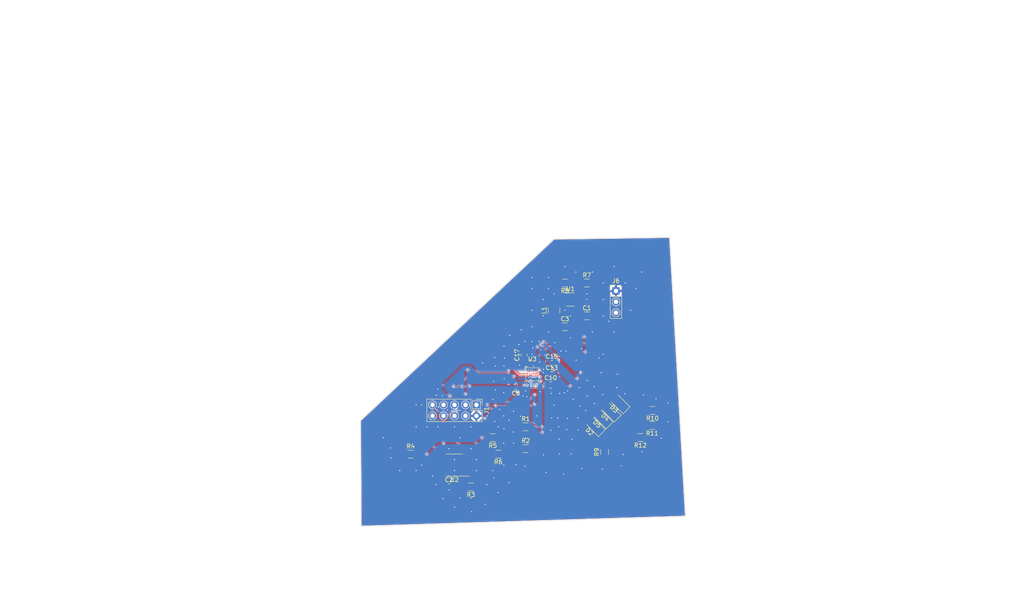
<source format=kicad_pcb>
(kicad_pcb (version 20171130) (host pcbnew 5.1.4+dfsg1-2)
  (layers (0 F.Cu signal) (31 B.Cu signal) (34 B.Paste user hide) (35 F.Paste user hide) (36 B.SilkS user) (37 F.SilkS user) (38 B.Mask user) (39 F.Mask user) (44 Edge.Cuts user))
  (net 0 "")
  (net 1 GND)
  (net 2 +3V3)
  (net 3 +1V2)
  (net 4 "Net-(J1-Pad3)")
  (net 5 "Net-(J1-Pad4)")
  (net 6 CDONE)
  (net 7 SPI_CS)
  (net 8 CRESET)
  (net 9 SPI_SCK)
  (net 10 SPI_IN)
  (net 11 SPI_OUT)
  (net 12 IO3)
  (net 13 IO2)
  (net 14 IO1)
  (net 15 "Net-(L1-Pad2)")
  (net 16 "Net-(R7-Pad1)")
  (net 17 "Net-(D2-Pad1)")
  (net 18 "Net-(D3-Pad1)")
  (net 19 "Net-(D4-Pad1)")
  (net 20 "Net-(D5-Pad1)")
  (net 21 "Net-(U3-PadB1)")
  (net 22 "Net-(U3-PadC2)")
  (net 23 "Net-(U3-PadA3)")
  (net 24 "Net-(U3-PadB3)")
  (net 25 "Net-(U3-PadC3)")
  (net 26 "Net-(U3-PadF3)")
  (net 27 "Net-(U3-PadB4)")
  (net 28 "Net-(U3-PadB5)")
  (net 29 "Net-(U3-PadB6)")
  (module kifootp:ice40-CM36-WLCSP-36_2.82x2.67mm_Layout6x6_P0.4mm (layer F.Cu) (at 166.624 107.188)
    (fp_text reference U3 (at 0 -3.51) (layer F.SilkS))
    (fp_text value ICE40LP1K-CM36)
    (pad A1 smd circle (at -1 -1) (size 0.2 0.2) (layers F.Cu F.Paste F.Mask) (net 14 IO1))
    (pad B1 smd circle (at -1 -0.6) (size 0.2 0.2) (layers F.Cu F.Paste F.Mask) (net 21 "Net-(U3-PadB1)"))
    (pad C1 smd circle (at -1 -0.2) (size 0.2 0.2) (layers F.Cu F.Paste F.Mask) (net 13 IO2))
    (pad D1 smd circle (at -1 0.2) (size 0.2 0.2) (layers F.Cu F.Paste F.Mask) (net 12 IO3))
    (pad F1 smd circle (at -1 1) (size 0.2 0.2) (layers F.Cu F.Paste F.Mask) (net 2 +3V3))
    (pad B2 smd circle (at -0.6 -0.6) (size 0.2 0.2) (layers F.Cu F.Paste F.Mask) (net 3 +1V2))
    (pad C2 smd circle (at -0.6 -0.2) (size 0.2 0.2) (layers F.Cu F.Paste F.Mask) (net 22 "Net-(U3-PadC2)"))
    (pad D2 smd circle (at -0.6 0.2) (size 0.2 0.2) (layers F.Cu F.Paste F.Mask) (net 1 GND))
    (pad A3 smd circle (at -0.2 -1) (size 0.2 0.2) (layers F.Cu F.Paste F.Mask) (net 23 "Net-(U3-PadA3)"))
    (pad B3 smd circle (at -0.2 -0.6) (size 0.2 0.2) (layers F.Cu F.Paste F.Mask) (net 24 "Net-(U3-PadB3)"))
    (pad C3 smd circle (at -0.2 -0.2) (size 0.2 0.2) (layers F.Cu F.Paste F.Mask) (net 25 "Net-(U3-PadC3)"))
    (pad D3 smd circle (at -0.2 0.2) (size 0.2 0.2) (layers F.Cu F.Paste F.Mask) (net 1 GND))
    (pad F3 smd circle (at -0.2 1) (size 0.2 0.2) (layers F.Cu F.Paste F.Mask) (net 26 "Net-(U3-PadF3)"))
    (pad A4 smd circle (at 0.2 -1) (size 0.2 0.2) (layers F.Cu F.Paste F.Mask) (net 2 +3V3))
    (pad B4 smd circle (at 0.2 -0.6) (size 0.2 0.2) (layers F.Cu F.Paste F.Mask) (net 27 "Net-(U3-PadB4)"))
    (pad C4 smd circle (at 0.2 -0.2) (size 0.2 0.2) (layers F.Cu F.Paste F.Mask) (net 6 CDONE))
    (pad D4 smd circle (at 0.2 0.2) (size 0.2 0.2) (layers F.Cu F.Paste F.Mask) (net 1 GND))
    (pad E4 smd circle (at 0.2 0.6) (size 0.2 0.2) (layers F.Cu F.Paste F.Mask) (net 11 SPI_OUT))
    (pad F4 smd circle (at 0.2 1) (size 0.2 0.2) (layers F.Cu F.Paste F.Mask) (net 8 CRESET))
    (pad A5 smd circle (at 0.6 -1) (size 0.2 0.2) (layers F.Cu F.Paste F.Mask) (net 2 +3V3))
    (pad B5 smd circle (at 0.6 -0.6) (size 0.2 0.2) (layers F.Cu F.Paste F.Mask) (net 28 "Net-(U3-PadB5)"))
    (pad D5 smd circle (at 0.6 0.2) (size 0.2 0.2) (layers F.Cu F.Paste F.Mask) (net 7 SPI_CS))
    (pad E5 smd circle (at 0.6 0.6) (size 0.2 0.2) (layers F.Cu F.Paste F.Mask) (net 9 SPI_SCK))
    (pad F5 smd circle (at 0.6 1) (size 0.2 0.2) (layers F.Cu F.Paste F.Mask) (net 10 SPI_IN))
    (pad A6 smd circle (at 1 -1) (size 0.2 0.2) (layers F.Cu F.Paste F.Mask) (net 2 +3V3))
    (pad B6 smd circle (at 1 -0.6) (size 0.2 0.2) (layers F.Cu F.Paste F.Mask) (net 29 "Net-(U3-PadB6)"))
    (pad F6 smd circle (at 1 1) (size 0.2 0.2) (layers F.Cu F.Paste F.Mask) (net 2 +3V3))
  )
  (module Resistor_SMD:R_1206_3216Metric (layer F.Cu) (at 191.7 121.87 180)
    (fp_text reference R12 (at 0 -1.82) (layer F.SilkS))
    (fp_text value 10kohm)
    (pad 2 smd roundrect (at 1.4 0 180) (size 1.25 1.75) (layers F.Cu F.Paste F.Mask) (roundrect_rratio 0.2) (net 20 "Net-(D5-Pad1)"))
    (pad 1 smd roundrect (at -1.4 0 180) (size 1.25 1.75) (layers F.Cu F.Paste F.Mask) (roundrect_rratio 0.2) (net 1 GND))
  )
  (module Resistor_SMD:R_1206_3216Metric (layer F.Cu) (at 194.44 119.07 180)
    (fp_text reference R11 (at 0 -1.82) (layer F.SilkS))
    (fp_text value 10kohm)
    (pad 2 smd roundrect (at 1.4 0 180) (size 1.25 1.75) (layers F.Cu F.Paste F.Mask) (roundrect_rratio 0.2) (net 19 "Net-(D4-Pad1)"))
    (pad 1 smd roundrect (at -1.4 0 180) (size 1.25 1.75) (layers F.Cu F.Paste F.Mask) (roundrect_rratio 0.2) (net 1 GND))
  )
  (module Resistor_SMD:R_1206_3216Metric (layer F.Cu) (at 194.51 115.59 180)
    (fp_text reference R10 (at 0 -1.82) (layer F.SilkS))
    (fp_text value 10kohm)
    (pad 2 smd roundrect (at 1.4 0 180) (size 1.25 1.75) (layers F.Cu F.Paste F.Mask) (roundrect_rratio 0.2) (net 18 "Net-(D3-Pad1)"))
    (pad 1 smd roundrect (at -1.4 0 180) (size 1.25 1.75) (layers F.Cu F.Paste F.Mask) (roundrect_rratio 0.2) (net 1 GND))
  )
  (module Resistor_SMD:R_1206_3216Metric (layer F.Cu) (at 183.4 125.23 90)
    (fp_text reference R9 (at 0 -1.82 90) (layer F.SilkS))
    (fp_text value 10kohm)
    (pad 2 smd roundrect (at 1.4 0 90) (size 1.25 1.75) (layers F.Cu F.Paste F.Mask) (roundrect_rratio 0.2) (net 17 "Net-(D2-Pad1)"))
    (pad 1 smd roundrect (at -1.4 0 90) (size 1.25 1.75) (layers F.Cu F.Paste F.Mask) (roundrect_rratio 0.2) (net 1 GND))
  )
  (module LED_SMD:LED_1206_3216Metric (layer F.Cu) (at 182.94 117.44 135)
    (fp_text reference D5 (at 0 -1.82 135) (layer F.SilkS))
    (fp_text value LED)
    (pad 2 smd roundrect (at 1.4 0 135) (size 1.25 1.75) (layers F.Cu F.Paste F.Mask) (roundrect_rratio 0.2) (net 12 IO3))
    (pad 1 smd roundrect (at -1.4 0 135) (size 1.25 1.75) (layers F.Cu F.Paste F.Mask) (roundrect_rratio 0.2) (net 20 "Net-(D5-Pad1)"))
  )
  (module LED_SMD:LED_1206_3216Metric (layer F.Cu) (at 184.84 115.87 135)
    (fp_text reference D4 (at 0 -1.82 135) (layer F.SilkS))
    (fp_text value LED)
    (pad 2 smd roundrect (at 1.4 0 135) (size 1.25 1.75) (layers F.Cu F.Paste F.Mask) (roundrect_rratio 0.2) (net 13 IO2))
    (pad 1 smd roundrect (at -1.4 0 135) (size 1.25 1.75) (layers F.Cu F.Paste F.Mask) (roundrect_rratio 0.2) (net 19 "Net-(D4-Pad1)"))
  )
  (module LED_SMD:LED_1206_3216Metric (layer F.Cu) (at 186.87 113.94 135)
    (fp_text reference D3 (at 0 -1.82 135) (layer F.SilkS))
    (fp_text value LED)
    (pad 2 smd roundrect (at 1.4 0 135) (size 1.25 1.75) (layers F.Cu F.Paste F.Mask) (roundrect_rratio 0.2) (net 14 IO1))
    (pad 1 smd roundrect (at -1.4 0 135) (size 1.25 1.75) (layers F.Cu F.Paste F.Mask) (roundrect_rratio 0.2) (net 18 "Net-(D3-Pad1)"))
  )
  (module LED_SMD:LED_1206_3216Metric (layer F.Cu) (at 181.18 119.23 135)
    (fp_text reference D2 (at 0 -1.82 135) (layer F.SilkS))
    (fp_text value LED)
    (pad 2 smd roundrect (at 1.4 0 135) (size 1.25 1.75) (layers F.Cu F.Paste F.Mask) (roundrect_rratio 0.2) (net 6 CDONE))
    (pad 1 smd roundrect (at -1.4 0 135) (size 1.25 1.75) (layers F.Cu F.Paste F.Mask) (roundrect_rratio 0.2) (net 17 "Net-(D2-Pad1)"))
  )
  (module Capacitor_SMD:C_1206_3216Metric (layer F.Cu) (at 179.29 93.63)
    (fp_text reference C1 (at 0 -1.82) (layer F.SilkS))
    (fp_text value 4.7uF)
    (pad 2 smd roundrect (at 1.4 0) (size 1.25 1.75) (layers F.Cu F.Paste F.Mask) (roundrect_rratio 0.2) (net 1 GND))
    (pad 1 smd roundrect (at -1.4 0) (size 1.25 1.75) (layers F.Cu F.Paste F.Mask) (roundrect_rratio 0.2) (net 2 +3V3))
  )
  (module Capacitor_SMD:C_0805_2012Metric (layer F.Cu) (at 147.32 133.35)
    (fp_text reference C2 (at 0 -1.65) (layer F.SilkS))
    (fp_text value 0.1uF)
    (pad 2 smd roundrect (at 0.9375 0) (size 0.975 1.4) (layers F.Cu F.Paste F.Mask) (net 1 GND))
    (pad 1 smd roundrect (at -0.9375 0) (size 0.975 1.4) (layers F.Cu F.Paste F.Mask) (net 2 +3V3))
  )
  (module Capacitor_SMD:C_1206_3216Metric (layer F.Cu) (at 174.21 96.17)
    (fp_text reference C3 (at 0 -1.82) (layer F.SilkS))
    (fp_text value 10uF)
    (pad 1 smd roundrect (at -1.4 0) (size 1.25 1.75) (layers F.Cu F.Paste F.Mask) (roundrect_rratio 0.2) (net 3 +1V2))
    (pad 2 smd roundrect (at 1.4 0) (size 1.25 1.75) (layers F.Cu F.Paste F.Mask) (roundrect_rratio 0.2) (net 1 GND))
  )
  (module Connector_PinHeader_2.54mm:PinHeader_2x05_P2.54mm_Vertical (layer F.Cu) (at 153.67 114.3 270)
    (fp_text reference J1 (at 1.27 -2.33 90) (layer F.SilkS))
    (fp_text value Conn_02x05_Odd_Even)
    (pad 1 thru_hole rect (at 0 0 270) (size 1.7 1.7) (drill 1) (layers *.Cu *.Mask) (net 2 +3V3))
    (pad 2 thru_hole oval (at 2.54 0 270) (size 1.7 1.7) (drill 1) (layers *.Cu *.Mask) (net 1 GND))
    (pad 3 thru_hole oval (at 0 2.54 270) (size 1.7 1.7) (drill 1) (layers *.Cu *.Mask) (net 4 "Net-(J1-Pad3)"))
    (pad 4 thru_hole oval (at 2.54 2.54 270) (size 1.7 1.7) (drill 1) (layers *.Cu *.Mask) (net 5 "Net-(J1-Pad4)"))
    (pad 5 thru_hole oval (at 0 5.08 270) (size 1.7 1.7) (drill 1) (layers *.Cu *.Mask) (net 6 CDONE))
    (pad 6 thru_hole oval (at 2.54 5.08 270) (size 1.7 1.7) (drill 1) (layers *.Cu *.Mask) (net 7 SPI_CS))
    (pad 7 thru_hole oval (at 0 7.62 270) (size 1.7 1.7) (drill 1) (layers *.Cu *.Mask) (net 8 CRESET))
    (pad 8 thru_hole oval (at 2.54 7.62 270) (size 1.7 1.7) (drill 1) (layers *.Cu *.Mask) (net 9 SPI_SCK))
    (pad 9 thru_hole oval (at 0 10.16 270) (size 1.7 1.7) (drill 1) (layers *.Cu *.Mask) (net 10 SPI_IN))
    (pad 10 thru_hole oval (at 2.54 10.16 270) (size 1.7 1.7) (drill 1) (layers *.Cu *.Mask) (net 11 SPI_OUT))
  )
  (module Connector_PinHeader_2.54mm:PinHeader_1x03_P2.54mm_Vertical (layer F.Cu) (at 186.035001 87.835001)
    (fp_text reference J6 (at 0 -2.33) (layer F.SilkS))
    (fp_text value Conn_01x03_Male)
    (pad 1 thru_hole rect (at 0 0) (size 1.7 1.7) (drill 1) (layers *.Cu *.Mask) (net 1 GND))
    (pad 2 thru_hole oval (at 0 2.54) (size 1.7 1.7) (drill 1) (layers *.Cu *.Mask) (net 2 +3V3))
    (pad 3 thru_hole oval (at 0 5.08) (size 1.7 1.7) (drill 1) (layers *.Cu *.Mask) (net 3 +1V2))
  )
  (module Inductor_SMD:L_1210_3225Metric (layer F.Cu) (at 171.67 92.36 90)
    (fp_text reference L1 (at 0 -2.28 90) (layer F.SilkS))
    (fp_text value 2.2uH)
    (pad 1 smd roundrect (at -1.4 0 90) (size 1.25 2.65) (layers F.Cu F.Paste F.Mask) (roundrect_rratio 0.2) (net 3 +1V2))
    (pad 2 smd roundrect (at 1.4 0 90) (size 1.25 2.65) (layers F.Cu F.Paste F.Mask) (roundrect_rratio 0.2) (net 15 "Net-(L1-Pad2)"))
  )
  (module Resistor_SMD:R_1206_3216Metric (layer F.Cu) (at 165.1 119.38)
    (fp_text reference R1 (at 0 -1.82) (layer F.SilkS))
    (fp_text value R)
    (pad 1 smd roundrect (at -1.4 0) (size 1.25 1.75) (layers F.Cu F.Paste F.Mask) (roundrect_rratio 0.2) (net 2 +3V3))
    (pad 2 smd roundrect (at 1.4 0) (size 1.25 1.75) (layers F.Cu F.Paste F.Mask) (roundrect_rratio 0.2) (net 6 CDONE))
  )
  (module Resistor_SMD:R_1206_3216Metric (layer F.Cu) (at 165.1 124.46)
    (fp_text reference R2 (at 0 -1.82) (layer F.SilkS))
    (fp_text value R)
    (pad 2 smd roundrect (at 1.4 0) (size 1.25 1.75) (layers F.Cu F.Paste F.Mask) (roundrect_rratio 0.2) (net 8 CRESET))
    (pad 1 smd roundrect (at -1.4 0) (size 1.25 1.75) (layers F.Cu F.Paste F.Mask) (roundrect_rratio 0.2) (net 2 +3V3))
  )
  (module Resistor_SMD:R_1206_3216Metric (layer F.Cu) (at 152.4 133.35 180)
    (fp_text reference R3 (at 0 -1.82) (layer F.SilkS))
    (fp_text value R)
    (pad 1 smd roundrect (at -1.4 0 180) (size 1.25 1.75) (layers F.Cu F.Paste F.Mask) (roundrect_rratio 0.2) (net 2 +3V3))
    (pad 2 smd roundrect (at 1.4 0 180) (size 1.25 1.75) (layers F.Cu F.Paste F.Mask) (roundrect_rratio 0.2) (net 10 SPI_IN))
  )
  (module Resistor_SMD:R_1206_3216Metric (layer F.Cu) (at 138.43 125.73)
    (fp_text reference R4 (at 0 -1.82) (layer F.SilkS))
    (fp_text value R)
    (pad 2 smd roundrect (at 1.4 0) (size 1.25 1.75) (layers F.Cu F.Paste F.Mask) (roundrect_rratio 0.2) (net 11 SPI_OUT))
    (pad 1 smd roundrect (at -1.4 0) (size 1.25 1.75) (layers F.Cu F.Paste F.Mask) (roundrect_rratio 0.2) (net 2 +3V3))
  )
  (module Resistor_SMD:R_1206_3216Metric (layer F.Cu) (at 157.48 121.92 180)
    (fp_text reference R5 (at 0 -1.82) (layer F.SilkS))
    (fp_text value R)
    (pad 1 smd roundrect (at -1.4 0 180) (size 1.25 1.75) (layers F.Cu F.Paste F.Mask) (roundrect_rratio 0.2) (net 2 +3V3))
    (pad 2 smd roundrect (at 1.4 0 180) (size 1.25 1.75) (layers F.Cu F.Paste F.Mask) (roundrect_rratio 0.2) (net 9 SPI_SCK))
  )
  (module Resistor_SMD:R_1206_3216Metric (layer F.Cu) (at 158.75 125.73 180)
    (fp_text reference R6 (at 0 -1.82) (layer F.SilkS))
    (fp_text value R)
    (pad 2 smd roundrect (at 1.4 0 180) (size 1.25 1.75) (layers F.Cu F.Paste F.Mask) (roundrect_rratio 0.2) (net 7 SPI_CS))
    (pad 1 smd roundrect (at -1.4 0 180) (size 1.25 1.75) (layers F.Cu F.Paste F.Mask) (roundrect_rratio 0.2) (net 2 +3V3))
  )
  (module Resistor_SMD:R_1206_3216Metric (layer F.Cu) (at 179.29 86.01)
    (fp_text reference R7 (at 0 -1.82) (layer F.SilkS))
    (fp_text value 100kOhm)
    (pad 1 smd roundrect (at -1.4 0) (size 1.25 1.75) (layers F.Cu F.Paste F.Mask) (roundrect_rratio 0.2) (net 16 "Net-(R7-Pad1)"))
    (pad 2 smd roundrect (at 1.4 0) (size 1.25 1.75) (layers F.Cu F.Paste F.Mask) (roundrect_rratio 0.2) (net 1 GND))
  )
  (module Resistor_SMD:R_1206_3216Metric (layer F.Cu) (at 174.21 86.01 180)
    (fp_text reference R8 (at 0 -1.82) (layer F.SilkS))
    (fp_text value 100kOhm)
    (pad 2 smd roundrect (at 1.4 0 180) (size 1.25 1.75) (layers F.Cu F.Paste F.Mask) (roundrect_rratio 0.2) (net 3 +1V2))
    (pad 1 smd roundrect (at -1.4 0 180) (size 1.25 1.75) (layers F.Cu F.Paste F.Mask) (roundrect_rratio 0.2) (net 16 "Net-(R7-Pad1)"))
  )
  (module Package_TO_SOT_SMD:TSOT-23-5 (layer F.Cu) (at 175.48 89.82)
    (fp_text reference U1 (at 0 -2.45) (layer F.SilkS))
    (fp_text value LTC3406ES5)
    (pad 1 smd rect (at -1.31 -0.95) (size 1.22 0.65) (layers F.Cu F.Paste F.Mask) (net 2 +3V3))
    (pad 2 smd rect (at -1.31 0) (size 1.22 0.65) (layers F.Cu F.Paste F.Mask) (net 1 GND))
    (pad 3 smd rect (at -1.31 0.95) (size 1.22 0.65) (layers F.Cu F.Paste F.Mask) (net 15 "Net-(L1-Pad2)"))
    (pad 4 smd rect (at 1.31 0.95) (size 1.22 0.65) (layers F.Cu F.Paste F.Mask) (net 2 +3V3))
    (pad 5 smd rect (at 1.31 -0.95) (size 1.22 0.65) (layers F.Cu F.Paste F.Mask) (net 16 "Net-(R7-Pad1)"))
  )
  (module Package_SO:SOIC-8_3.9x4.9mm_P1.27mm (layer F.Cu) (at 148.59 128.27 180)
    (fp_text reference U2 (at 0 -3.4) (layer F.SilkS))
    (fp_text value AT25SF081-SSHD-X)
    (pad 1 smd roundrect (at -2.475 -1.905 180) (size 1.95 0.6) (layers F.Cu F.Paste F.Mask) (net 7 SPI_CS))
    (pad 2 smd roundrect (at -2.475 -0.635 180) (size 1.95 0.6) (layers F.Cu F.Paste F.Mask) (net 10 SPI_IN))
    (pad 3 smd roundrect (at -2.475 0.635 180) (size 1.95 0.6) (layers F.Cu F.Paste F.Mask) (net 2 +3V3))
    (pad 4 smd roundrect (at -2.475 1.905 180) (size 1.95 0.6) (layers F.Cu F.Paste F.Mask) (net 1 GND))
    (pad 5 smd roundrect (at 2.475 1.905 180) (size 1.95 0.6) (layers F.Cu F.Paste F.Mask) (net 11 SPI_OUT))
    (pad 6 smd roundrect (at 2.475 0.635 180) (size 1.95 0.6) (layers F.Cu F.Paste F.Mask) (net 9 SPI_SCK))
    (pad 7 smd roundrect (at 2.475 -0.635 180) (size 1.95 0.6) (layers F.Cu F.Paste F.Mask) (net 2 +3V3))
    (pad 8 smd roundrect (at 2.475 -1.905 180) (size 1.95 0.6) (layers F.Cu F.Paste F.Mask) (net 2 +3V3))
  )
  (module Capacitor_SMD:C_0805_2012Metric (layer F.Cu) (at 162.83 109.95 180)
    (fp_text reference C8 (at 0 -1.65) (layer F.SilkS))
    (fp_text value 0.1uF)
    (pad 1 smd roundrect (at -0.9375 0 180) (size 0.975 1.4) (layers F.Cu F.Paste F.Mask) (net 2 +3V3))
    (pad 2 smd roundrect (at 0.9375 0 180) (size 0.975 1.4) (layers F.Cu F.Paste F.Mask) (net 1 GND))
  )
  (module Capacitor_SMD:C_0805_2012Metric (layer F.Cu) (at 170.88 109.68)
    (fp_text reference C10 (at 0 -1.65) (layer F.SilkS))
    (fp_text value 0.1uF)
    (pad 1 smd roundrect (at -0.9375 0) (size 0.975 1.4) (layers F.Cu F.Paste F.Mask) (net 2 +3V3))
    (pad 2 smd roundrect (at 0.9375 0) (size 0.975 1.4) (layers F.Cu F.Paste F.Mask) (net 1 GND))
  )
  (module Capacitor_SMD:C_0805_2012Metric (layer F.Cu) (at 171.14 107.32)
    (fp_text reference C13 (at 0 -1.65) (layer F.SilkS))
    (fp_text value 0.1uF)
    (pad 2 smd roundrect (at 0.9375 0) (size 0.975 1.4) (layers F.Cu F.Paste F.Mask) (net 1 GND))
    (pad 1 smd roundrect (at -0.9375 0) (size 0.975 1.4) (layers F.Cu F.Paste F.Mask) (net 2 +3V3))
  )
  (module Capacitor_SMD:C_0805_2012Metric (layer F.Cu) (at 171.17 104.71)
    (fp_text reference C15 (at 0 -1.65) (layer F.SilkS))
    (fp_text value 0.1uF)
    (pad 1 smd roundrect (at -0.9375 0) (size 0.975 1.4) (layers F.Cu F.Paste F.Mask) (net 2 +3V3))
    (pad 2 smd roundrect (at 0.9375 0) (size 0.975 1.4) (layers F.Cu F.Paste F.Mask) (net 1 GND))
  )
  (module Capacitor_SMD:C_0805_2012Metric (layer F.Cu) (at 164.73 102.7425 90)
    (fp_text reference C17 (at 0 -1.65 90) (layer F.SilkS))
    (fp_text value 0.1uF)
    (pad 2 smd roundrect (at 0.9375 0 90) (size 0.975 1.4) (layers F.Cu F.Paste F.Mask) (net 1 GND))
    (pad 1 smd roundrect (at -0.9375 0 90) (size 0.975 1.4) (layers F.Cu F.Paste F.Mask) (net 3 +1V2))
  )
  (gr_line (start 202.22 140.19) (end 126.89 142.52) (layer Edge.Cuts) (width 0.1))
  (gr_line (start 198.54 75.36) (end 202.22 140.19) (layer Edge.Cuts) (width 0.1))
  (gr_line (start 171.65 75.76) (end 198.54 75.36) (layer Edge.Cuts) (width 0.1))
  (gr_line (start 126.73 117.93) (end 171.65 75.76) (layer Edge.Cuts) (width 0.1))
  (gr_line (start 126.89 142.52) (end 126.73 117.93) (layer Edge.Cuts) (width 0.1))
  (via (at 153.67 129.54) (size 0.5) (drill 0.25) (layers F.Cu B.Cu) (net 1))
  (via (at 153.67 127) (size 0.5) (drill 0.25) (layers F.Cu B.Cu) (net 1))
  (via (at 152.4 124.46) (size 0.5) (drill 0.25) (layers F.Cu B.Cu) (net 1))
  (via (at 149.86 121.92) (size 0.5) (drill 0.25) (layers F.Cu B.Cu) (net 1))
  (via (at 148.59 119.38) (size 0.5) (drill 0.25) (layers F.Cu B.Cu) (net 1))
  (segment (start 174.93 89.82) (end 175.48 90.37) (width 0.15) (layer F.Cu) (net 1))
  (segment (start 174.17 89.82) (end 174.93 89.82) (width 0.15) (layer F.Cu) (net 1))
  (segment (start 175.48 90.37) (end 175.48 91.09) (width 0.15) (layer F.Cu) (net 1))
  (segment (start 174.17 89.82) (end 172.94 89.82) (width 0.15) (layer F.Cu) (net 1))
  (segment (start 172.94 89.82) (end 171.67 88.55) (width 0.15) (layer F.Cu) (net 1))
  (via (at 140.97 114.3) (size 0.5) (drill 0.25) (layers F.Cu B.Cu) (net 1))
  (via (at 139.7 114.3) (size 0.5) (drill 0.25) (layers F.Cu B.Cu) (net 1))
  (via (at 149.86 115.57) (size 0.5) (drill 0.25) (layers F.Cu B.Cu) (net 1))
  (via (at 152.4 119.38) (size 0.5) (drill 0.25) (layers F.Cu B.Cu) (net 1))
  (via (at 144.78 119.38) (size 0.5) (drill 0.25) (layers F.Cu B.Cu) (net 1))
  (via (at 142.24 119.38) (size 0.5) (drill 0.25) (layers F.Cu B.Cu) (net 1))
  (via (at 139.7 119.38) (size 0.5) (drill 0.25) (layers F.Cu B.Cu) (net 1))
  (via (at 147.32 124.46) (size 0.5) (drill 0.25) (layers F.Cu B.Cu) (net 1))
  (via (at 148.59 129.54) (size 0.5) (drill 0.25) (layers F.Cu B.Cu) (net 1))
  (via (at 147.32 130.81) (size 0.5) (drill 0.25) (layers F.Cu B.Cu) (net 1))
  (via (at 148.59 130.81) (size 0.5) (drill 0.25) (layers F.Cu B.Cu) (net 1))
  (via (at 148.59 127) (size 0.5) (drill 0.25) (layers F.Cu B.Cu) (net 1))
  (via (at 143.51 130.81) (size 0.5) (drill 0.25) (layers F.Cu B.Cu) (net 1))
  (via (at 140.97 128.27) (size 0.5) (drill 0.25) (layers F.Cu B.Cu) (net 1))
  (via (at 139.7 129.54) (size 0.5) (drill 0.25) (layers F.Cu B.Cu) (net 1))
  (via (at 135.89 129.54) (size 0.5) (drill 0.25) (layers F.Cu B.Cu) (net 1))
  (via (at 152.4 135.89) (size 0.5) (drill 0.25) (layers F.Cu B.Cu) (net 1))
  (via (at 149.86 135.89) (size 0.5) (drill 0.25) (layers F.Cu B.Cu) (net 1))
  (via (at 157.48 129.54) (size 0.5) (drill 0.25) (layers F.Cu B.Cu) (net 1))
  (via (at 158.75 119.38) (size 0.5) (drill 0.25) (layers F.Cu B.Cu) (net 1))
  (via (at 160.02 116.84) (size 0.5) (drill 0.25) (layers F.Cu B.Cu) (net 1))
  (via (at 167.64 116.84) (size 0.5) (drill 0.25) (layers F.Cu B.Cu) (net 1))
  (via (at 157.48 113.03) (size 0.5) (drill 0.25) (layers F.Cu B.Cu) (net 1))
  (via (at 156.21 116.84) (size 0.5) (drill 0.25) (layers F.Cu B.Cu) (net 1))
  (via (at 132.08 121.92) (size 0.5) (drill 0.25) (layers F.Cu B.Cu) (net 1))
  (via (at 160.02 128.27) (size 0.5) (drill 0.25) (layers F.Cu B.Cu) (net 1))
  (via (at 160.02 123.19) (size 0.5) (drill 0.25) (layers F.Cu B.Cu) (net 1))
  (via (at 172.72 119.38) (size 0.5) (drill 0.25) (layers F.Cu B.Cu) (net 1))
  (via (at 183.1 102.52) (size 0.5) (drill 0.25) (layers F.Cu B.Cu) (net 1))
  (via (at 189.45 92.36) (size 0.5) (drill 0.25) (layers F.Cu B.Cu) (net 1))
  (via (at 191.99 83.47) (size 0.5) (drill 0.25) (layers F.Cu B.Cu) (net 1))
  (via (at 185.64 82.2) (size 0.5) (drill 0.25) (layers F.Cu B.Cu) (net 1))
  (via (at 166.59 84.74) (size 0.5) (drill 0.25) (layers F.Cu B.Cu) (net 1))
  (via (at 166.59 92.36) (size 0.5) (drill 0.25) (layers F.Cu B.Cu) (net 1))
  (via (at 166.59 102.52) (size 0.5) (drill 0.25) (layers F.Cu B.Cu) (net 1))
  (via (at 171.67 102.52) (size 0.5) (drill 0.25) (layers F.Cu B.Cu) (net 1))
  (via (at 178.02 101.25) (size 0.5) (drill 0.25) (layers F.Cu B.Cu) (net 1))
  (via (at 170.4 97.44) (size 0.5) (drill 0.25) (layers F.Cu B.Cu) (net 1))
  (via (at 166.59 96.17) (size 0.5) (drill 0.25) (layers F.Cu B.Cu) (net 1))
  (via (at 180.56 97.44) (size 0.5) (drill 0.25) (layers F.Cu B.Cu) (net 1))
  (via (at 183.1 93.63) (size 0.5) (drill 0.25) (layers F.Cu B.Cu) (net 1))
  (via (at 184.37 94.9) (size 0.5) (drill 0.25) (layers F.Cu B.Cu) (net 1))
  (via (at 175.48 98.71) (size 0.5) (drill 0.25) (layers F.Cu B.Cu) (net 1))
  (via (at 175.48 93.63) (size 0.5) (drill 0.25) (layers F.Cu B.Cu) (net 1))
  (via (at 169.13 93.63) (size 0.5) (drill 0.25) (layers F.Cu B.Cu) (net 1))
  (via (at 169.13 89.82) (size 0.5) (drill 0.25) (layers F.Cu B.Cu) (net 1))
  (via (at 170.4 87.28) (size 0.5) (drill 0.25) (layers F.Cu B.Cu) (net 1))
  (via (at 179.29 89.82) (size 0.5) (drill 0.25) (layers F.Cu B.Cu) (net 1))
  (via (at 183.1 89.82) (size 0.5) (drill 0.25) (layers F.Cu B.Cu) (net 1))
  (via (at 179.29 92.36) (size 0.5) (drill 0.25) (layers F.Cu B.Cu) (net 1))
  (via (at 183.1 86.01) (size 0.5) (drill 0.25) (layers F.Cu B.Cu) (net 1))
  (via (at 176.75 83.47) (size 0.5) (drill 0.25) (layers F.Cu B.Cu) (net 1))
  (via (at 174.21 87.28) (size 0.5) (drill 0.25) (layers F.Cu B.Cu) (net 1))
  (via (at 179.29 88.55) (size 0.5) (drill 0.25) (layers F.Cu B.Cu) (net 1))
  (via (at 174.21 92.36) (size 0.5) (drill 0.25) (layers F.Cu B.Cu) (net 1))
  (segment (start 171.67 88.55) (end 171.67 88.55) (width 0.15) (layer F.Cu) (net 1))
  (via (at 171.67 88.55) (size 0.5) (drill 0.25) (layers F.Cu B.Cu) (net 1))
  (via (at 166.59 87.28) (size 0.5) (drill 0.25) (layers F.Cu B.Cu) (net 1))
  (via (at 170.4 84.74) (size 0.5) (drill 0.25) (layers F.Cu B.Cu) (net 1))
  (via (at 174.21 82.2) (size 0.5) (drill 0.25) (layers F.Cu B.Cu) (net 1))
  (via (at 185.64 97.44) (size 0.5) (drill 0.25) (layers F.Cu B.Cu) (net 1))
  (via (at 190.72 87.28) (size 0.5) (drill 0.25) (layers F.Cu B.Cu) (net 1))
  (via (at 188.18 86.01) (size 0.5) (drill 0.25) (layers F.Cu B.Cu) (net 1))
  (via (at 180.56 83.47) (size 0.5) (drill 0.25) (layers F.Cu B.Cu) (net 1))
  (via (at 172.9 125.67) (size 0.5) (drill 0.25) (layers F.Cu B.Cu) (net 1))
  (via (at 169.23 125.89) (size 0.5) (drill 0.25) (layers F.Cu B.Cu) (net 1))
  (via (at 165.06 121.97) (size 0.5) (drill 0.25) (layers F.Cu B.Cu) (net 1))
  (via (at 172.83 122.25) (size 0.5) (drill 0.25) (layers F.Cu B.Cu) (net 1))
  (via (at 175.79 122.28) (size 0.5) (drill 0.25) (layers F.Cu B.Cu) (net 1))
  (via (at 175.65 125.67) (size 0.5) (drill 0.25) (layers F.Cu B.Cu) (net 1))
  (via (at 164.92 128.53) (size 0.5) (drill 0.25) (layers F.Cu B.Cu) (net 1))
  (via (at 169.86 130) (size 0.5) (drill 0.25) (layers F.Cu B.Cu) (net 1))
  (via (at 173.89 130.37) (size 0.5) (drill 0.25) (layers F.Cu B.Cu) (net 1))
  (via (at 178.1 129.09) (size 0.5) (drill 0.25) (layers F.Cu B.Cu) (net 1))
  (via (at 171.14 117.31) (size 0.5) (drill 0.25) (layers F.Cu B.Cu) (net 1))
  (via (at 174.79 117.43) (size 0.5) (drill 0.25) (layers F.Cu B.Cu) (net 1))
  (via (at 170.93 120.2) (size 0.5) (drill 0.25) (layers F.Cu B.Cu) (net 1))
  (via (at 174.61 120.05) (size 0.5) (drill 0.25) (layers F.Cu B.Cu) (net 1))
  (via (at 177.23 120.14) (size 0.5) (drill 0.25) (layers F.Cu B.Cu) (net 1))
  (via (at 177.17 117.31) (size 0.5) (drill 0.25) (layers F.Cu B.Cu) (net 1))
  (via (at 179.7 120.4) (size 0.5) (drill 0.25) (layers F.Cu B.Cu) (net 1))
  (via (at 186.28 110.29) (size 0.5) (drill 0.25) (layers F.Cu B.Cu) (net 1))
  (via (at 188.1 111.69) (size 0.5) (drill 0.25) (layers F.Cu B.Cu) (net 1))
  (via (at 181 110.08) (size 0.5) (drill 0.25) (layers F.Cu B.Cu) (net 1))
  (via (at 182.96 111.89) (size 0.5) (drill 0.25) (layers F.Cu B.Cu) (net 1))
  (via (at 181.05 113.98) (size 0.5) (drill 0.25) (layers F.Cu B.Cu) (net 1))
  (via (at 179.36 112.26) (size 0.5) (drill 0.25) (layers F.Cu B.Cu) (net 1))
  (via (at 177.54 110.3) (size 0.5) (drill 0.25) (layers F.Cu B.Cu) (net 1))
  (via (at 179.01 115.62) (size 0.5) (drill 0.25) (layers F.Cu B.Cu) (net 1))
  (via (at 163.88 116.93) (size 0.5) (drill 0.25) (layers F.Cu B.Cu) (net 1))
  (via (at 157.93 118.15) (size 0.5) (drill 0.25) (layers F.Cu B.Cu) (net 1))
  (via (at 159.05 115.36) (size 0.5) (drill 0.25) (layers F.Cu B.Cu) (net 1))
  (via (at 161.23 117.85) (size 0.5) (drill 0.25) (layers F.Cu B.Cu) (net 1))
  (via (at 162.3 123.19) (size 0.5) (drill 0.25) (layers F.Cu B.Cu) (net 1))
  (via (at 162.25 120.59) (size 0.5) (drill 0.25) (layers F.Cu B.Cu) (net 1))
  (via (at 160.06 119.83) (size 0.5) (drill 0.25) (layers F.Cu B.Cu) (net 1))
  (via (at 162.81 128.17) (size 0.5) (drill 0.25) (layers F.Cu B.Cu) (net 1))
  (via (at 161.23 132.34) (size 0.5) (drill 0.25) (layers F.Cu B.Cu) (net 1))
  (via (at 158.69 134.67) (size 0.5) (drill 0.25) (layers F.Cu B.Cu) (net 1))
  (via (at 156.1 132.79) (size 0.5) (drill 0.25) (layers F.Cu B.Cu) (net 1))
  (via (at 157.72 131.22) (size 0.5) (drill 0.25) (layers F.Cu B.Cu) (net 1))
  (via (at 155.68 137.38) (size 0.5) (drill 0.25) (layers F.Cu B.Cu) (net 1))
  (via (at 148.61 138.05) (size 0.5) (drill 0.25) (layers F.Cu B.Cu) (net 1))
  (via (at 152.57 139.09) (size 0.5) (drill 0.25) (layers F.Cu B.Cu) (net 1))
  (via (at 145.92 136.04) (size 0.5) (drill 0.25) (layers F.Cu B.Cu) (net 1))
  (via (at 144.28 132.8) (size 0.5) (drill 0.25) (layers F.Cu B.Cu) (net 1))
  (via (at 133.84 126.6) (size 0.5) (drill 0.25) (layers F.Cu B.Cu) (net 1))
  (via (at 133.73 124.27) (size 0.5) (drill 0.25) (layers F.Cu B.Cu) (net 1))
  (segment (start 166.165421 107.388) (end 166.167421 107.39) (width 0.15) (layer F.Cu) (net 1))
  (segment (start 166.024 107.388) (end 166.165421 107.388) (width 0.15) (layer F.Cu) (net 1))
  (segment (start 166.167421 107.39) (end 166.4 107.39) (width 0.15) (layer F.Cu) (net 1))
  (segment (start 166.824 107.388) (end 166.432 107.388) (width 0.15) (layer F.Cu) (net 1))
  (segment (start 166.432 107.388) (end 166.43 107.39) (width 0.15) (layer F.Cu) (net 1))
  (segment (start 166.024 107.529421) (end 165.733421 107.82) (width 0.15) (layer F.Cu) (net 1))
  (segment (start 166.024 107.388) (end 166.024 107.529421) (width 0.15) (layer F.Cu) (net 1))
  (segment (start 165.733421 107.82) (end 165.45 107.82) (width 0.15) (layer F.Cu) (net 1))
  (via (at 144.37 112.04) (size 0.5) (drill 0.25) (layers F.Cu B.Cu) (net 1))
  (via (at 145.78 112.19) (size 0.5) (drill 0.25) (layers F.Cu B.Cu) (net 1))
  (via (at 144.72 110.63) (size 0.5) (drill 0.25) (layers F.Cu B.Cu) (net 1))
  (via (at 146.97 115.47) (size 0.5) (drill 0.25) (layers F.Cu B.Cu) (net 1))
  (via (at 144.86 114.83) (size 0.5) (drill 0.25) (layers F.Cu B.Cu) (net 1))
  (via (at 169.25 106.04) (size 0.5) (drill 0.25) (layers F.Cu B.Cu) (net 1))
  (via (at 169.22 106.8) (size 0.5) (drill 0.25) (layers F.Cu B.Cu) (net 1))
  (via (at 176.79 103.94) (size 0.5) (drill 0.25) (layers F.Cu B.Cu) (net 1))
  (via (at 174.49 101.79) (size 0.5) (drill 0.25) (layers F.Cu B.Cu) (net 1))
  (via (at 179.39 108.65) (size 0.5) (drill 0.25) (layers F.Cu B.Cu) (net 1))
  (via (at 174.83 111.03) (size 0.5) (drill 0.25) (layers F.Cu B.Cu) (net 1))
  (via (at 176.14 112.99) (size 0.5) (drill 0.25) (layers F.Cu B.Cu) (net 1))
  (via (at 177.67 114.6) (size 0.5) (drill 0.25) (layers F.Cu B.Cu) (net 1))
  (via (at 168.44 111.23) (size 0.5) (drill 0.25) (layers F.Cu B.Cu) (net 1))
  (via (at 171.03 111.62) (size 0.5) (drill 0.25) (layers F.Cu B.Cu) (net 1))
  (via (at 172.98 111.66) (size 0.5) (drill 0.25) (layers F.Cu B.Cu) (net 1))
  (via (at 174.1 111.46) (size 0.5) (drill 0.25) (layers F.Cu B.Cu) (net 1))
  (via (at 171.62 114.36) (size 0.5) (drill 0.25) (layers F.Cu B.Cu) (net 1))
  (via (at 172.55 117.33) (size 0.5) (drill 0.25) (layers F.Cu B.Cu) (net 1))
  (via (at 162.28 115.78) (size 0.5) (drill 0.25) (layers F.Cu B.Cu) (net 1))
  (via (at 164.48 112.25) (size 0.5) (drill 0.25) (layers F.Cu B.Cu) (net 1))
  (via (at 165.07 111.05) (size 0.5) (drill 0.25) (layers F.Cu B.Cu) (net 1))
  (via (at 165.37 112.42) (size 0.5) (drill 0.25) (layers F.Cu B.Cu) (net 1))
  (via (at 160.02 111.44) (size 0.5) (drill 0.25) (layers F.Cu B.Cu) (net 1))
  (via (at 160.12 108.23) (size 0.5) (drill 0.25) (layers F.Cu B.Cu) (net 1))
  (via (at 157.67 108.8) (size 0.5) (drill 0.25) (layers F.Cu B.Cu) (net 1))
  (via (at 158.09 110.83) (size 0.5) (drill 0.25) (layers F.Cu B.Cu) (net 1))
  (via (at 165.22 105.39) (size 0.5) (drill 0.25) (layers F.Cu B.Cu) (net 1))
  (via (at 166.93 105.32) (size 0.5) (drill 0.25) (layers F.Cu B.Cu) (net 1))
  (via (at 168.34 104.34) (size 0.5) (drill 0.25) (layers F.Cu B.Cu) (net 1))
  (via (at 163.7 105.08) (size 0.5) (drill 0.25) (layers F.Cu B.Cu) (net 1))
  (via (at 162.87 103.9) (size 0.5) (drill 0.25) (layers F.Cu B.Cu) (net 1))
  (via (at 160.19 103.46) (size 0.5) (drill 0.25) (layers F.Cu B.Cu) (net 1))
  (via (at 160.05 105.3) (size 0.5) (drill 0.25) (layers F.Cu B.Cu) (net 1))
  (via (at 158.05 105.27) (size 0.5) (drill 0.25) (layers F.Cu B.Cu) (net 1))
  (via (at 157.92 103.33) (size 0.5) (drill 0.25) (layers F.Cu B.Cu) (net 1))
  (via (at 155.11 104.59) (size 0.5) (drill 0.25) (layers F.Cu B.Cu) (net 1))
  (via (at 160.08 100.65) (size 0.5) (drill 0.25) (layers F.Cu B.Cu) (net 1))
  (via (at 161.4 98.15) (size 0.5) (drill 0.25) (layers F.Cu B.Cu) (net 1))
  (via (at 164.05 96.86) (size 0.5) (drill 0.25) (layers F.Cu B.Cu) (net 1))
  (via (at 162.73 102.12) (size 0.5) (drill 0.25) (layers F.Cu B.Cu) (net 1))
  (via (at 163.54 100.3) (size 0.5) (drill 0.25) (layers F.Cu B.Cu) (net 1))
  (via (at 164.91 99.56) (size 0.5) (drill 0.25) (layers F.Cu B.Cu) (net 1))
  (via (at 166.58 99.58) (size 0.5) (drill 0.25) (layers F.Cu B.Cu) (net 1))
  (via (at 168.2 99.55) (size 0.5) (drill 0.25) (layers F.Cu B.Cu) (net 1))
  (via (at 166.74 101.11) (size 0.5) (drill 0.25) (layers F.Cu B.Cu) (net 1))
  (via (at 168.6 101.52) (size 0.5) (drill 0.25) (layers F.Cu B.Cu) (net 1))
  (via (at 166.14 103.86) (size 0.5) (drill 0.25) (layers F.Cu B.Cu) (net 1))
  (via (at 169.59 102.72) (size 0.5) (drill 0.25) (layers F.Cu B.Cu) (net 1))
  (via (at 173.28 101.8) (size 0.5) (drill 0.25) (layers F.Cu B.Cu) (net 1))
  (via (at 171.86 99.86) (size 0.5) (drill 0.25) (layers F.Cu B.Cu) (net 1))
  (via (at 182.6 106.84) (size 0.5) (drill 0.25) (layers F.Cu B.Cu) (net 1))
  (via (at 182.09 103.4) (size 0.5) (drill 0.25) (layers F.Cu B.Cu) (net 1))
  (via (at 186.35 107.18) (size 0.5) (drill 0.25) (layers F.Cu B.Cu) (net 1))
  (via (at 187.67 125.8) (size 0.5) (drill 0.25) (layers F.Cu B.Cu) (net 1))
  (via (at 192.08 125.13) (size 0.5) (drill 0.25) (layers F.Cu B.Cu) (net 1))
  (via (at 196.57 122.03) (size 0.5) (drill 0.25) (layers F.Cu B.Cu) (net 1))
  (via (at 198.15 118.21) (size 0.5) (drill 0.25) (layers F.Cu B.Cu) (net 1))
  (via (at 198.12 113.87) (size 0.5) (drill 0.25) (layers F.Cu B.Cu) (net 1))
  (via (at 195.33 112.85) (size 0.5) (drill 0.25) (layers F.Cu B.Cu) (net 1))
  (via (at 192.4 112) (size 0.5) (drill 0.25) (layers F.Cu B.Cu) (net 1))
  (via (at 182.87 129.19) (size 0.5) (drill 0.25) (layers F.Cu B.Cu) (net 1))
  (via (at 187.28 128.42) (size 0.5) (drill 0.25) (layers F.Cu B.Cu) (net 1))
  (segment (start 184.83292 90.375001) (end 184.117921 91.09) (width 0.15) (layer F.Cu) (net 2))
  (segment (start 186.035001 90.375001) (end 184.83292 90.375001) (width 0.15) (layer F.Cu) (net 2))
  (segment (start 184.117921 91.09) (end 178.02 91.09) (width 0.15) (layer F.Cu) (net 2))
  (segment (start 177.7 90.77) (end 176.79 90.77) (width 0.15) (layer F.Cu) (net 2))
  (segment (start 178.02 91.09) (end 177.7 90.77) (width 0.15) (layer F.Cu) (net 2))
  (segment (start 176.79 90.73) (end 176.79 90.77) (width 0.15) (layer F.Cu) (net 2))
  (segment (start 174.93 88.87) (end 176.79 90.73) (width 0.15) (layer F.Cu) (net 2))
  (segment (start 174.17 88.87) (end 174.93 88.87) (width 0.15) (layer F.Cu) (net 2))
  (segment (start 146.115 133.0825) (end 146.3825 133.35) (width 0.15) (layer F.Cu) (net 2))
  (segment (start 146.115 130.175) (end 146.115 133.0825) (width 0.15) (layer F.Cu) (net 2))
  (segment (start 146.115 128.905) (end 146.115 130.175) (width 0.15) (layer F.Cu) (net 2))
  (segment (start 146.48571 128.53429) (end 146.115 128.905) (width 0.15) (layer F.Cu) (net 2))
  (segment (start 146.85999 128.16001) (end 146.48571 128.53429) (width 0.15) (layer F.Cu) (net 2))
  (segment (start 150.53999 128.16001) (end 146.85999 128.16001) (width 0.15) (layer F.Cu) (net 2))
  (segment (start 151.065 127.635) (end 150.53999 128.16001) (width 0.15) (layer F.Cu) (net 2))
  (segment (start 176.79 92.53) (end 177.89 93.63) (width 0.15) (layer F.Cu) (net 2))
  (segment (start 176.79 90.77) (end 176.79 92.53) (width 0.15) (layer F.Cu) (net 2))
  (segment (start 153.67 114.3) (end 156.21 114.3) (width 0.15) (layer F.Cu) (net 2))
  (segment (start 156.21 114.3) (end 156.21 114.3) (width 0.15) (layer F.Cu) (net 2))
  (segment (start 161.29 129.54) (end 153.67 137.16) (width 0.15) (layer F.Cu) (net 2))
  (segment (start 150.1925 137.16) (end 146.3825 133.35) (width 0.15) (layer F.Cu) (net 2))
  (segment (start 153.67 137.16) (end 150.1925 137.16) (width 0.15) (layer F.Cu) (net 2))
  (segment (start 161.29 125.73) (end 160.15 125.73) (width 0.15) (layer F.Cu) (net 2))
  (segment (start 161.29 125.73) (end 161.29 129.54) (width 0.15) (layer F.Cu) (net 2))
  (segment (start 161.29 121.92) (end 158.88 121.92) (width 0.15) (layer F.Cu) (net 2))
  (segment (start 161.29 121.92) (end 161.29 125.73) (width 0.15) (layer F.Cu) (net 2))
  (segment (start 161.29 119.38) (end 161.29 121.92) (width 0.15) (layer F.Cu) (net 2))
  (segment (start 153.8 133.35) (end 153.8 137.03) (width 0.15) (layer F.Cu) (net 2))
  (segment (start 140.205 128.905) (end 137.03 125.73) (width 0.15) (layer F.Cu) (net 2))
  (segment (start 146.115 128.905) (end 140.205 128.905) (width 0.15) (layer F.Cu) (net 2))
  (segment (start 161.29 119.38) (end 163.7 119.38) (width 0.15) (layer F.Cu) (net 2))
  (segment (start 162.43 125.73) (end 163.7 124.46) (width 0.15) (layer F.Cu) (net 2))
  (segment (start 161.29 125.73) (end 162.43 125.73) (width 0.15) (layer F.Cu) (net 2))
  (segment (start 167.765421 106.188) (end 168.963421 104.99) (width 0.15) (layer F.Cu) (net 2))
  (segment (start 167.624 106.188) (end 167.765421 106.188) (width 0.15) (layer F.Cu) (net 2))
  (segment (start 168.963421 104.99) (end 170.08 104.99) (width 0.15) (layer F.Cu) (net 2))
  (segment (start 170.08 104.99) (end 170.08 107.34) (width 0.15) (layer F.Cu) (net 2))
  (segment (start 170.08 107.34) (end 169.85 107.57) (width 0.15) (layer F.Cu) (net 2))
  (segment (start 169.85 107.57) (end 169.85 109.86) (width 0.15) (layer F.Cu) (net 2))
  (segment (start 169.85 109.86) (end 169.45 110.26) (width 0.15) (layer F.Cu) (net 2))
  (segment (start 169.45 110.26) (end 163.77 110.26) (width 0.15) (layer F.Cu) (net 2))
  (segment (start 165.624 108.329421) (end 163.993421 109.96) (width 0.15) (layer F.Cu) (net 2))
  (segment (start 165.624 108.188) (end 165.624 108.329421) (width 0.15) (layer F.Cu) (net 2))
  (segment (start 163.993421 109.96) (end 163.75 109.96) (width 0.15) (layer F.Cu) (net 2))
  (segment (start 167.624 108.188) (end 167.624 108.834) (width 0.15) (layer F.Cu) (net 2))
  (segment (start 167.624 108.834) (end 168.5 109.71) (width 0.15) (layer F.Cu) (net 2))
  (segment (start 168.5 109.71) (end 169.65 109.71) (width 0.15) (layer F.Cu) (net 2))
  (segment (start 156.21 114.3) (end 161.29 119.38) (width 0.15) (layer F.Cu) (net 2))
  (via (at 156.21 114.3) (size 0.5) (drill 0.25) (layers F.Cu B.Cu) (net 2))
  (segment (start 160.17 114.3) (end 163.1 111.37) (width 0.15) (layer B.Cu) (net 2))
  (segment (start 158.565001 114.271999) (end 158.565001 114.3) (width 0.15) (layer B.Cu) (net 2))
  (via (at 163.1 111.37) (size 0.5) (drill 0.25) (layers F.Cu B.Cu) (net 2))
  (segment (start 158.565001 114.3) (end 160.17 114.3) (width 0.15) (layer B.Cu) (net 2))
  (segment (start 157.614999 114.3) (end 157.614999 114.271999) (width 0.15) (layer B.Cu) (net 2))
  (segment (start 158.318001 114.024999) (end 158.565001 114.271999) (width 0.15) (layer B.Cu) (net 2))
  (segment (start 156.21 114.3) (end 157.614999 114.3) (width 0.15) (layer B.Cu) (net 2))
  (segment (start 157.861999 114.024999) (end 158.318001 114.024999) (width 0.15) (layer B.Cu) (net 2))
  (segment (start 157.614999 114.271999) (end 157.861999 114.024999) (width 0.15) (layer B.Cu) (net 2))
  (segment (start 163.349999 111.120001) (end 163.349999 110.320001) (width 0.15) (layer F.Cu) (net 2))
  (segment (start 163.1 111.37) (end 163.349999 111.120001) (width 0.15) (layer F.Cu) (net 2))
  (segment (start 163.349999 110.320001) (end 163.68 109.99) (width 0.15) (layer F.Cu) (net 2))
  (via (at 178.66 98.53) (size 0.5) (drill 0.25) (layers F.Cu B.Cu) (net 2))
  (segment (start 177.89 93.63) (end 177.89 97.76) (width 0.15) (layer F.Cu) (net 2))
  (segment (start 177.89 97.76) (end 178.66 98.53) (width 0.15) (layer F.Cu) (net 2))
  (via (at 178.88 101.99) (size 0.5) (drill 0.25) (layers F.Cu B.Cu) (net 2))
  (segment (start 178.66 98.53) (end 178.66 101.77) (width 0.15) (layer B.Cu) (net 2))
  (segment (start 178.66 101.77) (end 178.88 101.99) (width 0.15) (layer B.Cu) (net 2))
  (segment (start 177.874999 102.995001) (end 171.794999 102.995001) (width 0.15) (layer F.Cu) (net 2))
  (segment (start 178.88 101.99) (end 177.874999 102.995001) (width 0.15) (layer F.Cu) (net 2))
  (segment (start 171.794999 102.995001) (end 170.13 104.66) (width 0.15) (layer F.Cu) (net 2))
  (segment (start 166.824 106.188) (end 167.238 106.188) (width 0.15) (layer F.Cu) (net 2))
  (segment (start 167.238 106.188) (end 167.25 106.2) (width 0.15) (layer F.Cu) (net 2))
  (segment (start 167.25 106.2) (end 167.6 106.2) (width 0.15) (layer F.Cu) (net 2))
  (segment (start 172.81 94.9) (end 171.67 93.76) (width 0.15) (layer F.Cu) (net 3))
  (segment (start 172.81 96.17) (end 172.81 94.9) (width 0.15) (layer F.Cu) (net 3))
  (segment (start 167.86 94.9) (end 169.13 96.17) (width 0.15) (layer F.Cu) (net 3))
  (segment (start 167.86 87.28) (end 167.86 94.9) (width 0.15) (layer F.Cu) (net 3))
  (segment (start 172.81 86.01) (end 169.13 86.01) (width 0.15) (layer F.Cu) (net 3))
  (segment (start 169.13 86.01) (end 167.86 87.28) (width 0.15) (layer F.Cu) (net 3))
  (segment (start 169.13 96.17) (end 170.4 96.17) (width 0.15) (layer F.Cu) (net 3))
  (segment (start 170.4 96.17) (end 172.81 96.17) (width 0.15) (layer F.Cu) (net 3))
  (segment (start 172.81 98.58) (end 172.81 96.17) (width 0.15) (layer F.Cu) (net 3))
  (segment (start 174.21 99.98) (end 172.81 98.58) (width 0.15) (layer F.Cu) (net 3))
  (segment (start 180.56 99.98) (end 174.21 99.98) (width 0.15) (layer F.Cu) (net 3))
  (segment (start 186.035001 92.915001) (end 186.035001 94.504999) (width 0.15) (layer F.Cu) (net 3))
  (segment (start 186.035001 94.504999) (end 180.56 99.98) (width 0.15) (layer F.Cu) (net 3))
  (segment (start 172.81 100.676998) (end 172.81 98.58) (width 0.15) (layer F.Cu) (net 3))
  (segment (start 166.024 106.588) (end 166.024 105.052998) (width 0.15) (layer F.Cu) (net 3))
  (segment (start 170.4 100.676998) (end 166.024 105.052998) (width 0.15) (layer F.Cu) (net 3))
  (segment (start 172.81 100.676998) (end 170.4 100.676998) (width 0.15) (layer F.Cu) (net 3))
  (segment (start 166.024 105.052998) (end 166.024 104.914) (width 0.15) (layer F.Cu) (net 3))
  (segment (start 166.024 104.914) (end 164.82 103.71) (width 0.15) (layer F.Cu) (net 3))
  (segment (start 151.13 111.76) (end 148.59 114.3) (width 0.15) (layer F.Cu) (net 6))
  (via (at 168.91 119.38) (size 0.5) (drill 0.25) (layers F.Cu B.Cu) (net 6))
  (segment (start 166.5 119.38) (end 168.91 119.38) (width 0.15) (layer F.Cu) (net 6))
  (segment (start 171.766999 119.629999) (end 172.996998 118.4) (width 0.15) (layer F.Cu) (net 6))
  (segment (start 168.91 119.38) (end 169.159999 119.629999) (width 0.15) (layer F.Cu) (net 6))
  (segment (start 169.159999 119.629999) (end 171.766999 119.629999) (width 0.15) (layer F.Cu) (net 6))
  (segment (start 172.996998 118.4) (end 180.02 118.4) (width 0.15) (layer F.Cu) (net 6))
  (via (at 168.33 106.3) (size 0.5) (drill 0.25) (layers F.Cu B.Cu) (net 6))
  (segment (start 168.33 106.363002) (end 168.33 106.3) (width 0.15) (layer F.Cu) (net 6))
  (segment (start 166.824 106.988) (end 167.705002 106.988) (width 0.15) (layer F.Cu) (net 6))
  (segment (start 167.705002 106.988) (end 168.33 106.363002) (width 0.15) (layer F.Cu) (net 6))
  (via (at 151.13 111.76) (size 0.5) (drill 0.25) (layers F.Cu B.Cu) (net 6))
  (segment (start 151.13 111.76) (end 151.13 106.72) (width 0.15) (layer B.Cu) (net 6))
  (via (at 151.65 106.2) (size 0.5) (drill 0.25) (layers F.Cu B.Cu) (net 6))
  (segment (start 151.13 106.72) (end 151.65 106.2) (width 0.15) (layer B.Cu) (net 6))
  (segment (start 151.899999 106.449999) (end 161.070001 106.449999) (width 0.15) (layer F.Cu) (net 6))
  (segment (start 151.65 106.2) (end 151.899999 106.449999) (width 0.15) (layer F.Cu) (net 6))
  (via (at 161.14 106.38) (size 0.5) (drill 0.25) (layers F.Cu B.Cu) (net 6))
  (segment (start 161.070001 106.449999) (end 161.14 106.38) (width 0.15) (layer F.Cu) (net 6))
  (segment (start 168.25 106.38) (end 168.33 106.3) (width 0.15) (layer B.Cu) (net 6))
  (segment (start 161.14 106.38) (end 168.25 106.38) (width 0.15) (layer B.Cu) (net 6))
  (segment (start 169.159999 119.130001) (end 168.91 119.38) (width 0.15) (layer B.Cu) (net 6))
  (segment (start 169.159999 107.866997) (end 169.159999 119.130001) (width 0.15) (layer B.Cu) (net 6))
  (segment (start 168.33 106.3) (end 168.33 107.036998) (width 0.15) (layer B.Cu) (net 6))
  (segment (start 168.33 107.036998) (end 169.159999 107.866997) (width 0.15) (layer B.Cu) (net 6))
  (segment (start 148.59 116.84) (end 148.59 118.11) (width 0.15) (layer F.Cu) (net 7))
  (segment (start 148.59 118.11) (end 154.94 124.46) (width 0.15) (layer F.Cu) (net 7))
  (segment (start 154.94 124.46) (end 154.94 130.81) (width 0.15) (layer F.Cu) (net 7))
  (segment (start 151.7 130.81) (end 151.065 130.175) (width 0.15) (layer F.Cu) (net 7))
  (segment (start 154.94 130.81) (end 151.7 130.81) (width 0.15) (layer F.Cu) (net 7))
  (segment (start 148.59 116.84) (end 147.514999 115.764999) (width 0.15) (layer F.Cu) (net 7))
  (segment (start 147.514999 115.764999) (end 147.514999 112.268003) (width 0.15) (layer F.Cu) (net 7))
  (segment (start 156.08 124.46) (end 157.35 125.73) (width 0.15) (layer F.Cu) (net 7))
  (segment (start 154.94 124.46) (end 156.08 124.46) (width 0.15) (layer F.Cu) (net 7))
  (via (at 168.37 107.78) (size 0.5) (drill 0.25) (layers F.Cu B.Cu) (net 7))
  (segment (start 167.224 107.388) (end 167.978 107.388) (width 0.15) (layer F.Cu) (net 7))
  (segment (start 167.978 107.388) (end 168.37 107.78) (width 0.15) (layer F.Cu) (net 7))
  (segment (start 152.53 105.05) (end 150.34 105.05) (width 0.15) (layer B.Cu) (net 7))
  (segment (start 154.335001 106.855001) (end 152.53 105.05) (width 0.15) (layer B.Cu) (net 7))
  (segment (start 162.228003 106.855001) (end 154.335001 106.855001) (width 0.15) (layer B.Cu) (net 7))
  (segment (start 168.37 107.78) (end 163.153002 107.78) (width 0.15) (layer B.Cu) (net 7))
  (segment (start 163.153002 107.78) (end 162.228003 106.855001) (width 0.15) (layer B.Cu) (net 7))
  (segment (start 150.34 105.05) (end 145.95 109.44) (width 0.15) (layer B.Cu) (net 7))
  (segment (start 147.514999 112.268003) (end 147.514999 112.268003) (width 0.15) (layer F.Cu) (net 7))
  (via (at 147.514999 112.268003) (size 0.5) (drill 0.25) (layers F.Cu B.Cu) (net 7))
  (segment (start 145.95 110.703004) (end 147.514999 112.268003) (width 0.15) (layer B.Cu) (net 7))
  (segment (start 145.95 109.44) (end 145.95 110.703004) (width 0.15) (layer B.Cu) (net 7))
  (segment (start 146.05 113.03) (end 148.59 110.49) (width 0.15) (layer F.Cu) (net 8))
  (segment (start 146.05 114.3) (end 146.05 113.03) (width 0.15) (layer F.Cu) (net 8))
  (via (at 168.91 120.65) (size 0.5) (drill 0.25) (layers F.Cu B.Cu) (net 8))
  (segment (start 166.5 123.06) (end 168.91 120.65) (width 0.15) (layer F.Cu) (net 8))
  (segment (start 166.5 124.46) (end 166.5 123.06) (width 0.15) (layer F.Cu) (net 8))
  (segment (start 166.824 108.269002) (end 166.333002 108.76) (width 0.15) (layer F.Cu) (net 8))
  (segment (start 166.824 108.188) (end 166.824 108.269002) (width 0.15) (layer F.Cu) (net 8))
  (via (at 166.333002 108.76) (size 0.5) (drill 0.25) (layers F.Cu B.Cu) (net 8))
  (segment (start 166.333002 118.073002) (end 168.91 120.65) (width 0.15) (layer B.Cu) (net 8))
  (segment (start 166.333002 108.76) (end 166.333002 118.073002) (width 0.15) (layer B.Cu) (net 8))
  (segment (start 148.868724 110.49) (end 152.608715 106.750009) (width 0.15) (layer F.Cu) (net 8))
  (segment (start 148.59 110.49) (end 148.868724 110.49) (width 0.15) (layer F.Cu) (net 8))
  (segment (start 160.807007 106.750009) (end 161.766998 107.71) (width 0.15) (layer F.Cu) (net 8))
  (segment (start 152.608715 106.750009) (end 160.807007 106.750009) (width 0.15) (layer F.Cu) (net 8))
  (via (at 162.38 107.71) (size 0.5) (drill 0.25) (layers F.Cu B.Cu) (net 8))
  (segment (start 161.766998 107.71) (end 162.38 107.71) (width 0.15) (layer F.Cu) (net 8))
  (segment (start 163.43 108.76) (end 166.333002 108.76) (width 0.15) (layer B.Cu) (net 8))
  (segment (start 162.38 107.71) (end 163.43 108.76) (width 0.15) (layer B.Cu) (net 8))
  (segment (start 146.05 116.84) (end 146.05 123.19) (width 0.15) (layer F.Cu) (net 9))
  (via (at 146.05 123.19) (size 0.5) (drill 0.25) (layers F.Cu B.Cu) (net 9))
  (segment (start 146.05 123.19) (end 144.78 123.19) (width 0.15) (layer B.Cu) (net 9))
  (via (at 142.24 125.73) (size 0.5) (drill 0.25) (layers F.Cu B.Cu) (net 9))
  (segment (start 144.78 123.19) (end 142.24 125.73) (width 0.15) (layer B.Cu) (net 9))
  (segment (start 144.145 127.635) (end 146.115 127.635) (width 0.15) (layer F.Cu) (net 9))
  (segment (start 142.24 125.73) (end 144.145 127.635) (width 0.15) (layer F.Cu) (net 9))
  (via (at 154.94 121.92) (size 0.5) (drill 0.25) (layers F.Cu B.Cu) (net 9))
  (segment (start 156.08 121.92) (end 154.94 121.92) (width 0.15) (layer F.Cu) (net 9))
  (segment (start 153.67 123.19) (end 146.05 123.19) (width 0.15) (layer B.Cu) (net 9))
  (segment (start 154.94 121.92) (end 153.67 123.19) (width 0.15) (layer B.Cu) (net 9))
  (segment (start 167.224 107.788) (end 167.365421 107.788) (width 0.15) (layer F.Cu) (net 9))
  (via (at 167.11 114.15) (size 0.5) (drill 0.25) (layers F.Cu B.Cu) (net 9))
  (segment (start 167.699001 113.560999) (end 167.11 114.15) (width 0.15) (layer B.Cu) (net 9))
  (segment (start 167.11 114.15) (end 166.76 114.5) (width 0.15) (layer F.Cu) (net 9))
  (via (at 158.09 114.5) (size 0.5) (drill 0.25) (layers F.Cu B.Cu) (net 9))
  (segment (start 166.76 114.5) (end 158.09 114.5) (width 0.15) (layer F.Cu) (net 9))
  (segment (start 157.840001 114.749999) (end 157.490001 114.749999) (width 0.15) (layer B.Cu) (net 9))
  (segment (start 158.09 114.5) (end 157.840001 114.749999) (width 0.15) (layer B.Cu) (net 9))
  (via (at 155.59 117.39) (size 0.5) (drill 0.25) (layers F.Cu B.Cu) (net 9))
  (segment (start 157.490001 114.749999) (end 155.59 116.65) (width 0.15) (layer B.Cu) (net 9))
  (segment (start 155.59 116.65) (end 155.59 117.39) (width 0.15) (layer B.Cu) (net 9))
  (segment (start 154.94 118.04) (end 154.94 121.92) (width 0.15) (layer F.Cu) (net 9))
  (segment (start 155.59 117.39) (end 154.94 118.04) (width 0.15) (layer F.Cu) (net 9))
  (segment (start 167.949001 108.159001) (end 168.58 108.79) (width 0.15) (layer F.Cu) (net 9))
  (via (at 168.58 108.79) (size 0.5) (drill 0.25) (layers F.Cu B.Cu) (net 9))
  (segment (start 167.578 107.788) (end 167.652999 107.862999) (width 0.15) (layer F.Cu) (net 9))
  (segment (start 167.365421 107.788) (end 167.578 107.788) (width 0.15) (layer F.Cu) (net 9))
  (segment (start 167.652999 107.862999) (end 167.780001 107.862999) (width 0.15) (layer F.Cu) (net 9))
  (segment (start 167.780001 107.862999) (end 167.949001 108.031999) (width 0.15) (layer F.Cu) (net 9))
  (segment (start 167.949001 108.031999) (end 167.949001 108.159001) (width 0.15) (layer F.Cu) (net 9))
  (segment (start 168.330001 109.039999) (end 168.250001 109.039999) (width 0.15) (layer B.Cu) (net 9))
  (segment (start 168.58 108.79) (end 168.330001 109.039999) (width 0.15) (layer B.Cu) (net 9))
  (segment (start 167.699001 109.590999) (end 167.699001 113.560999) (width 0.15) (layer B.Cu) (net 9))
  (segment (start 168.250001 109.039999) (end 167.699001 109.590999) (width 0.15) (layer B.Cu) (net 9))
  (segment (start 152.14 128.905) (end 151.065 128.905) (width 0.15) (layer F.Cu) (net 10))
  (segment (start 152.26501 128.77999) (end 152.14 128.905) (width 0.15) (layer F.Cu) (net 10))
  (segment (start 147.514999 121.309653) (end 152.26501 126.059664) (width 0.15) (layer F.Cu) (net 10))
  (segment (start 147.514999 116.713997) (end 147.514999 121.309653) (width 0.15) (layer F.Cu) (net 10))
  (segment (start 146.566001 115.764999) (end 147.514999 116.713997) (width 0.15) (layer F.Cu) (net 10))
  (segment (start 144.974999 115.764999) (end 146.566001 115.764999) (width 0.15) (layer F.Cu) (net 10))
  (segment (start 152.26501 126.059664) (end 152.26501 128.77999) (width 0.15) (layer F.Cu) (net 10))
  (segment (start 143.51 114.3) (end 144.974999 115.764999) (width 0.15) (layer F.Cu) (net 10))
  (segment (start 150.30429 132.65429) (end 151 133.35) (width 0.15) (layer F.Cu) (net 10))
  (segment (start 149.86499 132.21499) (end 150.30429 132.65429) (width 0.15) (layer F.Cu) (net 10))
  (segment (start 149.86499 129.03001) (end 149.86499 132.21499) (width 0.15) (layer F.Cu) (net 10))
  (segment (start 149.99 128.905) (end 149.86499 129.03001) (width 0.15) (layer F.Cu) (net 10))
  (segment (start 151.065 128.905) (end 149.99 128.905) (width 0.15) (layer F.Cu) (net 10))
  (segment (start 167.224 108.188) (end 167.224 109.554) (width 0.15) (layer F.Cu) (net 10))
  (via (at 167.224 109.554) (size 0.5) (drill 0.25) (layers F.Cu B.Cu) (net 10))
  (segment (start 166.974001 109.803999) (end 166.974001 111.734001) (width 0.15) (layer B.Cu) (net 10))
  (segment (start 167.224 109.554) (end 166.974001 109.803999) (width 0.15) (layer B.Cu) (net 10))
  (via (at 167.16 111.92) (size 0.5) (drill 0.25) (layers F.Cu B.Cu) (net 10))
  (segment (start 166.974001 111.734001) (end 167.16 111.92) (width 0.15) (layer B.Cu) (net 10))
  (via (at 149.12 115.58) (size 0.5) (drill 0.25) (layers F.Cu B.Cu) (net 10))
  (segment (start 149.665001 114.173997) (end 149.665001 115.034999) (width 0.15) (layer F.Cu) (net 10))
  (segment (start 165.473376 113.606624) (end 155.081626 113.606624) (width 0.15) (layer F.Cu) (net 10))
  (segment (start 150.613999 113.224999) (end 149.665001 114.173997) (width 0.15) (layer F.Cu) (net 10))
  (segment (start 167.16 111.92) (end 165.473376 113.606624) (width 0.15) (layer F.Cu) (net 10))
  (segment (start 149.665001 115.034999) (end 149.12 115.58) (width 0.15) (layer F.Cu) (net 10))
  (segment (start 155.081626 113.606624) (end 154.700001 113.224999) (width 0.15) (layer F.Cu) (net 10))
  (segment (start 154.700001 113.224999) (end 150.613999 113.224999) (width 0.15) (layer F.Cu) (net 10))
  (segment (start 144.67 115.884278) (end 143.49 114.704278) (width 0.15) (layer B.Cu) (net 10))
  (segment (start 144.67 117.051002) (end 144.67 115.884278) (width 0.15) (layer B.Cu) (net 10))
  (segment (start 145.533999 117.915001) (end 144.67 117.051002) (width 0.15) (layer B.Cu) (net 10))
  (segment (start 146.566001 117.915001) (end 145.533999 117.915001) (width 0.15) (layer B.Cu) (net 10))
  (segment (start 148.935001 115.764999) (end 148.073999 115.764999) (width 0.15) (layer B.Cu) (net 10))
  (segment (start 147.125001 117.356001) (end 146.566001 117.915001) (width 0.15) (layer B.Cu) (net 10))
  (segment (start 149.12 115.58) (end 148.935001 115.764999) (width 0.15) (layer B.Cu) (net 10))
  (segment (start 147.125001 116.713997) (end 147.125001 117.356001) (width 0.15) (layer B.Cu) (net 10))
  (segment (start 148.073999 115.764999) (end 147.125001 116.713997) (width 0.15) (layer B.Cu) (net 10))
  (segment (start 143.49 114.704278) (end 143.49 114.33) (width 0.15) (layer B.Cu) (net 10))
  (segment (start 143.51 123.76) (end 146.115 126.365) (width 0.15) (layer F.Cu) (net 11))
  (segment (start 142.660001 115.990001) (end 143.51 116.84) (width 0.15) (layer F.Cu) (net 11))
  (segment (start 142.434999 115.764999) (end 142.660001 115.990001) (width 0.15) (layer F.Cu) (net 11))
  (segment (start 142.434999 110.827719) (end 142.434999 115.764999) (width 0.15) (layer F.Cu) (net 11))
  (segment (start 140.97 125.73) (end 143.51 123.19) (width 0.15) (layer F.Cu) (net 11))
  (segment (start 139.83 125.73) (end 140.97 125.73) (width 0.15) (layer F.Cu) (net 11))
  (segment (start 143.51 116.84) (end 143.51 123.19) (width 0.15) (layer F.Cu) (net 11))
  (segment (start 143.51 123.19) (end 143.51 123.76) (width 0.15) (layer F.Cu) (net 11))
  (segment (start 165.949001 108.440999) (end 165.39 109) (width 0.15) (layer F.Cu) (net 11))
  (segment (start 165.949001 108.181997) (end 165.949001 108.440999) (width 0.15) (layer F.Cu) (net 11))
  (segment (start 166.824 107.788) (end 166.342998 107.788) (width 0.15) (layer F.Cu) (net 11))
  (segment (start 166.342998 107.788) (end 165.949001 108.181997) (width 0.15) (layer F.Cu) (net 11))
  (via (at 165.39 109.69) (size 0.5) (drill 0.25) (layers F.Cu B.Cu) (net 11))
  (segment (start 165.39 109) (end 165.39 109.69) (width 0.15) (layer F.Cu) (net 11))
  (segment (start 165.39 109.69) (end 159.25 109.69) (width 0.15) (layer B.Cu) (net 11))
  (via (at 152.06 109.89) (size 0.5) (drill 0.25) (layers F.Cu B.Cu) (net 11))
  (segment (start 152.26 109.69) (end 152.06 109.89) (width 0.15) (layer B.Cu) (net 11))
  (segment (start 151.706447 109.89) (end 151.576447 110.02) (width 0.15) (layer F.Cu) (net 11))
  (segment (start 152.06 109.89) (end 151.706447 109.89) (width 0.15) (layer F.Cu) (net 11))
  (via (at 150.33 110.02) (size 0.5) (drill 0.25) (layers F.Cu B.Cu) (net 11))
  (segment (start 151.576447 110.02) (end 150.33 110.02) (width 0.15) (layer F.Cu) (net 11))
  (via (at 148.36 109.97) (size 0.5) (drill 0.25) (layers F.Cu B.Cu) (net 11))
  (segment (start 150.33 110.02) (end 148.41 110.02) (width 0.15) (layer B.Cu) (net 11))
  (segment (start 148.41 110.02) (end 148.36 109.97) (width 0.15) (layer B.Cu) (net 11))
  (segment (start 148.110001 109.720001) (end 143.542717 109.720001) (width 0.15) (layer F.Cu) (net 11))
  (segment (start 143.542717 109.720001) (end 142.434999 110.827719) (width 0.15) (layer F.Cu) (net 11))
  (segment (start 148.36 109.97) (end 148.110001 109.720001) (width 0.15) (layer F.Cu) (net 11))
  (segment (start 159.25 109.69) (end 152.26 109.69) (width 0.15) (layer B.Cu) (net 11))
  (segment (start 181.9 116.426998) (end 181.9 116.55) (width 0.15) (layer F.Cu) (net 12))
  (segment (start 165.624 107.388) (end 163.698 107.388) (width 0.15) (layer F.Cu) (net 12))
  (segment (start 163.698 107.388) (end 161.01 104.7) (width 0.15) (layer F.Cu) (net 12))
  (segment (start 169.06728 100.87) (end 167.82 100.87) (width 0.15) (layer F.Cu) (net 12))
  (segment (start 161.349259 104.372851) (end 161.34926 100.342184) (width 0.15) (layer F.Cu) (net 12))
  (segment (start 161.282871 104.372851) (end 161.349259 104.372851) (width 0.15) (layer F.Cu) (net 12))
  (segment (start 161.01 104.7) (end 161.107129 104.7) (width 0.15) (layer F.Cu) (net 12))
  (segment (start 161.107129 104.7) (end 161.107129 104.548593) (width 0.15) (layer F.Cu) (net 12))
  (segment (start 161.107129 104.548593) (end 161.282871 104.372851) (width 0.15) (layer F.Cu) (net 12))
  (segment (start 161.34926 100.342184) (end 163.671465 98.019981) (width 0.15) (layer F.Cu) (net 12))
  (segment (start 169.96501 99.97227) (end 169.06728 100.87) (width 0.15) (layer F.Cu) (net 12))
  (segment (start 163.671465 98.019981) (end 168.438538 98.019982) (width 0.15) (layer F.Cu) (net 12))
  (segment (start 168.438538 98.019982) (end 169.263545 98.844989) (width 0.15) (layer F.Cu) (net 12))
  (segment (start 169.263545 98.844989) (end 169.54227 98.84499) (width 0.15) (layer F.Cu) (net 12))
  (via (at 167.82 100.87) (size 0.5) (drill 0.25) (layers F.Cu B.Cu) (net 12))
  (segment (start 169.54227 98.84499) (end 169.965011 99.267731) (width 0.15) (layer F.Cu) (net 12))
  (segment (start 169.965011 99.267731) (end 169.96501 99.97227) (width 0.15) (layer F.Cu) (net 12))
  (via (at 175.43 109.9) (size 0.5) (drill 0.25) (layers F.Cu B.Cu) (net 12))
  (segment (start 167.82 100.87) (end 167.82 102.29) (width 0.15) (layer B.Cu) (net 12))
  (segment (start 167.82 102.29) (end 175.43 109.9) (width 0.15) (layer B.Cu) (net 12))
  (segment (start 175.43 109.9) (end 176.146501 110.616501) (width 0.15) (layer F.Cu) (net 12))
  (segment (start 176.146501 110.616501) (end 176.146501 110.673499) (width 0.15) (layer F.Cu) (net 12))
  (segment (start 175.969999 110.496997) (end 176.146501 110.673499) (width 0.15) (layer F.Cu) (net 12))
  (segment (start 176.146501 110.673499) (end 181.9 116.426998) (width 0.15) (layer F.Cu) (net 12))
  (segment (start 165.624 106.988) (end 163.722278 106.988) (width 0.15) (layer F.Cu) (net 13))
  (segment (start 163.722278 106.988) (end 161.407139 104.672861) (width 0.15) (layer F.Cu) (net 13))
  (via (at 168.61 100.28) (size 0.5) (drill 0.25) (layers F.Cu B.Cu) (net 13))
  (segment (start 169.665001 99.848001) (end 169.233002 100.28) (width 0.15) (layer F.Cu) (net 13))
  (segment (start 169.665001 99.391999) (end 169.665001 99.848001) (width 0.15) (layer F.Cu) (net 13))
  (segment (start 169.418001 99.144999) (end 169.665001 99.391999) (width 0.15) (layer F.Cu) (net 13))
  (segment (start 169.139277 99.144999) (end 169.418001 99.144999) (width 0.15) (layer F.Cu) (net 13))
  (segment (start 161.649268 104.672861) (end 161.649269 100.466453) (width 0.15) (layer F.Cu) (net 13))
  (segment (start 161.407139 104.672861) (end 161.649268 104.672861) (width 0.15) (layer F.Cu) (net 13))
  (segment (start 168.314269 98.319991) (end 169.139277 99.144999) (width 0.15) (layer F.Cu) (net 13))
  (segment (start 161.649269 100.466453) (end 163.795732 98.31999) (width 0.15) (layer F.Cu) (net 13))
  (segment (start 169.233002 100.28) (end 168.61 100.28) (width 0.15) (layer F.Cu) (net 13))
  (segment (start 163.795732 98.31999) (end 168.314269 98.319991) (width 0.15) (layer F.Cu) (net 13))
  (via (at 177.05 108.17) (size 0.5) (drill 0.25) (layers F.Cu B.Cu) (net 13))
  (segment (start 168.859999 100.529999) (end 168.976997 100.529999) (width 0.15) (layer B.Cu) (net 13))
  (segment (start 168.976997 100.529999) (end 171.441999 102.995001) (width 0.15) (layer B.Cu) (net 13))
  (segment (start 168.61 100.28) (end 168.859999 100.529999) (width 0.15) (layer B.Cu) (net 13))
  (segment (start 171.441999 102.995001) (end 171.875001 102.995001) (width 0.15) (layer B.Cu) (net 13))
  (segment (start 171.875001 102.995001) (end 177.05 108.17) (width 0.15) (layer B.Cu) (net 13))
  (segment (start 183.84 114.82) (end 183.84 114.93) (width 0.15) (layer F.Cu) (net 13))
  (segment (start 177.439999 108.419999) (end 183.84 114.82) (width 0.15) (layer F.Cu) (net 13))
  (segment (start 177.299999 108.419999) (end 177.439999 108.419999) (width 0.15) (layer F.Cu) (net 13))
  (segment (start 177.05 108.17) (end 177.299999 108.419999) (width 0.15) (layer F.Cu) (net 13))
  (segment (start 179.716998 106.76) (end 185.77 112.813002) (width 0.15) (layer F.Cu) (net 14))
  (segment (start 185.77 112.813002) (end 185.77 112.91) (width 0.15) (layer F.Cu) (net 14))
  (segment (start 165.524001 106.088001) (end 163.246557 106.088001) (width 0.15) (layer F.Cu) (net 14))
  (segment (start 165.624 106.188) (end 165.524001 106.088001) (width 0.15) (layer F.Cu) (net 14))
  (segment (start 163.246557 106.088001) (end 161.949278 104.790722) (width 0.15) (layer F.Cu) (net 14))
  (segment (start 161.949278 104.790722) (end 161.949278 100.590722) (width 0.15) (layer F.Cu) (net 14))
  (segment (start 161.949278 100.590722) (end 163.92 98.62) (width 0.15) (layer F.Cu) (net 14))
  (segment (start 163.92 98.62) (end 168.19 98.62) (width 0.15) (layer F.Cu) (net 14))
  (via (at 169.19 99.62) (size 0.5) (drill 0.25) (layers F.Cu B.Cu) (net 14))
  (segment (start 168.19 98.62) (end 169.19 99.62) (width 0.15) (layer F.Cu) (net 14))
  (segment (start 169.543553 99.62) (end 172.145001 102.221448) (width 0.15) (layer B.Cu) (net 14))
  (segment (start 169.19 99.62) (end 169.543553 99.62) (width 0.15) (layer B.Cu) (net 14))
  (via (at 177.82 106.78) (size 0.5) (drill 0.25) (layers F.Cu B.Cu) (net 14))
  (segment (start 172.145001 102.575001) (end 176.35 106.78) (width 0.15) (layer B.Cu) (net 14))
  (segment (start 172.145001 102.221448) (end 172.145001 102.575001) (width 0.15) (layer B.Cu) (net 14))
  (segment (start 176.35 106.78) (end 177.82 106.78) (width 0.15) (layer B.Cu) (net 14))
  (segment (start 179.446999 107.029999) (end 179.716998 106.76) (width 0.15) (layer F.Cu) (net 14))
  (segment (start 178.069999 107.029999) (end 179.446999 107.029999) (width 0.15) (layer F.Cu) (net 14))
  (segment (start 177.82 106.78) (end 178.069999 107.029999) (width 0.15) (layer F.Cu) (net 14))
  (segment (start 173.98 90.96) (end 174.17 90.77) (width 0.15) (layer F.Cu) (net 15))
  (segment (start 171.67 90.96) (end 173.98 90.96) (width 0.15) (layer F.Cu) (net 15))
  (segment (start 176.79 86.05) (end 176.79 88.87) (width 0.15) (layer F.Cu) (net 16))
  (segment (start 176.75 86.01) (end 176.79 86.05) (width 0.15) (layer F.Cu) (net 16))
  (segment (start 176.75 86.01) (end 177.89 86.01) (width 0.15) (layer F.Cu) (net 16))
  (segment (start 175.61 86.01) (end 176.75 86.01) (width 0.15) (layer F.Cu) (net 16))
  (segment (start 182.682601 120.732601) (end 182.682601 122.902601) (width 0.15) (layer F.Cu) (net 17))
  (segment (start 182.169949 120.219949) (end 182.682601 120.732601) (width 0.15) (layer F.Cu) (net 17))
  (segment (start 182.682601 122.902601) (end 183.47 123.69) (width 0.15) (layer F.Cu) (net 17))
  (segment (start 188.372601 115.442601) (end 192.792601 115.442601) (width 0.15) (layer F.Cu) (net 18))
  (segment (start 187.859949 114.929949) (end 188.372601 115.442601) (width 0.15) (layer F.Cu) (net 18))
  (segment (start 192.792601 115.442601) (end 192.92 115.57) (width 0.15) (layer F.Cu) (net 18))
  (segment (start 192.315 119.07) (end 192.095 118.85) (width 0.15) (layer F.Cu) (net 19))
  (segment (start 193.04 119.07) (end 192.315 119.07) (width 0.15) (layer F.Cu) (net 19))
  (segment (start 192.095 118.85) (end 187.8 118.85) (width 0.15) (layer F.Cu) (net 19))
  (segment (start 187.8 118.85) (end 185.7 116.75) (width 0.15) (layer F.Cu) (net 19))
  (segment (start 183.929949 118.429949) (end 187.32 121.82) (width 0.15) (layer F.Cu) (net 20))
  (segment (start 187.32 121.82) (end 190.19 121.82) (width 0.15) (layer F.Cu) (net 20))
  (segment (start 190.19 121.82) (end 190.28 121.73) (width 0.15) (layer F.Cu) (net 20))
  (zone (net 1) (net_name GND) (layer B.Cu) (connect_pads (clearance 0.15)) (min_thickness 0.15) (fill yes (arc_segments 32) (thermal_gap 0.508) (thermal_bridge_width 0.508))
    (polygon (pts (xy 43.18 26.67) (xy 45.72 154.94) (xy 266.7 149.86) (xy 266.7 20.32)))
  )
  (zone (net 1) (net_name GND) (layer F.Cu) (connect_pads (clearance 0.15)) (min_thickness 0.15) (fill yes (arc_segments 32) (thermal_gap 0.508) (thermal_bridge_width 0.508))
    (polygon (pts (xy 54.61 22.86) (xy 57.15 162.56) (xy 280.67 157.48) (xy 278.13 26.67)))
  )
)
</source>
